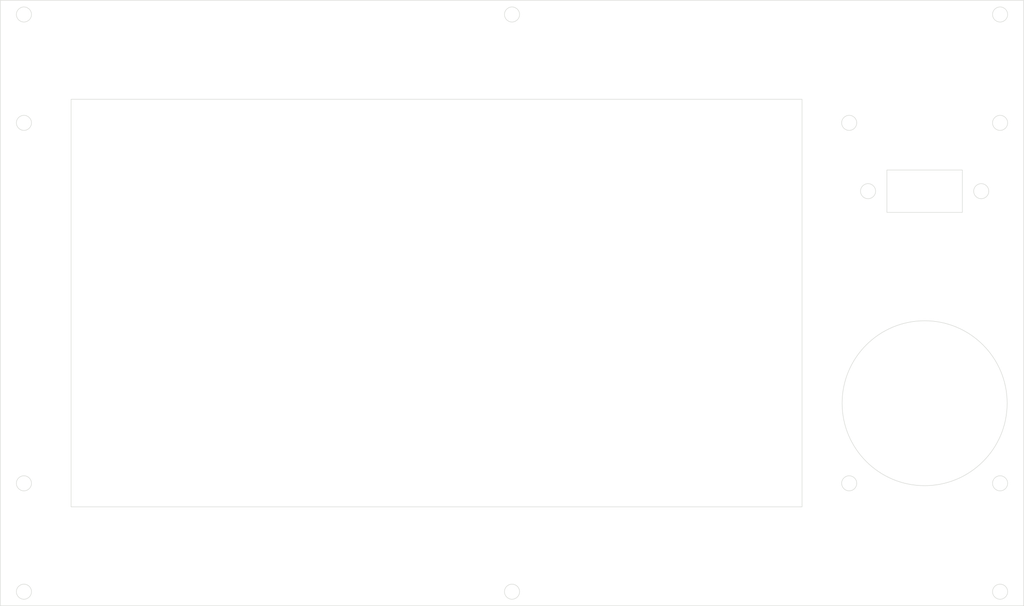
<source format=kicad_pcb>
(kicad_pcb (version 20210228) (generator pcbnew)

  (general
    (thickness 1.6)
  )

  (paper "A4")
  (layers
    (0 "F.Cu" signal)
    (31 "B.Cu" signal)
    (32 "B.Adhes" user "B.Adhesive")
    (33 "F.Adhes" user "F.Adhesive")
    (34 "B.Paste" user)
    (35 "F.Paste" user)
    (36 "B.SilkS" user "B.Silkscreen")
    (37 "F.SilkS" user "F.Silkscreen")
    (38 "B.Mask" user)
    (39 "F.Mask" user)
    (40 "Dwgs.User" user "User.Drawings")
    (41 "Cmts.User" user "User.Comments")
    (42 "Eco1.User" user "User.Eco1")
    (43 "Eco2.User" user "User.Eco2")
    (44 "Edge.Cuts" user)
    (45 "Margin" user)
    (46 "B.CrtYd" user "B.Courtyard")
    (47 "F.CrtYd" user "F.Courtyard")
    (48 "B.Fab" user)
    (49 "F.Fab" user)
    (50 "User.1" user)
    (51 "User.2" user)
    (52 "User.3" user)
    (53 "User.4" user)
    (54 "User.5" user)
    (55 "User.6" user)
    (56 "User.7" user)
    (57 "User.8" user)
    (58 "User.9" user)
  )

  (setup
    (pad_to_mask_clearance 0)
    (pcbplotparams
      (layerselection 0x00010fc_ffffffff)
      (disableapertmacros false)
      (usegerberextensions false)
      (usegerberattributes true)
      (usegerberadvancedattributes true)
      (creategerberjobfile true)
      (svguseinch false)
      (svgprecision 6)
      (excludeedgelayer true)
      (plotframeref false)
      (viasonmask false)
      (mode 1)
      (useauxorigin true)
      (hpglpennumber 1)
      (hpglpenspeed 20)
      (hpglpendiameter 15.000000)
      (dxfpolygonmode true)
      (dxfimperialunits true)
      (dxfusepcbnewfont true)
      (psnegative false)
      (psa4output false)
      (plotreference true)
      (plotvalue true)
      (plotinvisibletext false)
      (sketchpadsonfab false)
      (subtractmaskfromsilk false)
      (outputformat 1)
      (mirror false)
      (drillshape 0)
      (scaleselection 1)
      (outputdirectory "")
    )
  )


  (net 0 "")

  (gr_line (start 202.5 64) (end 249.5 64) (layer "Eco2.User") (width 0.15) (tstamp 05a7dd24-dd67-45c1-99f7-4aca90f2ce4f))
  (gr_line (start 212.5 64) (end 212.5 69) (layer "Eco2.User") (width 0.15) (tstamp 090da7f7-6a01-40b4-ba7c-0336d34d9c52))
  (gr_circle (center 240.5 83.5) (end 242.1 83.5) (layer "Eco2.User") (width 0.15) (fill none) (tstamp 148f132b-a0f1-4a4b-9cf0-11e54076edc7))
  (gr_line (start 228.5 128.5) (end 228.5 83.5) (layer "Eco2.User") (width 0.15) (tstamp 416ac7a5-c8e9-41d8-add7-9fb5dac068ae))
  (gr_circle (center 244.5 69) (end 246.1 69) (layer "Eco2.User") (width 0.15) (fill none) (tstamp 5b416cfc-794d-447d-a20f-f7e3cbe01bd2))
  (gr_line (start 47.5 64) (end 32.5 64) (layer "Eco2.User") (width 0.15) (tstamp 6911da32-5e5b-42c4-b7a6-eac3d8ac2444))
  (gr_line (start 228.5 83.5) (end 240.5 83.5) (layer "Eco2.User") (width 0.15) (tstamp 6af12359-055d-46a2-8686-1afa45709428))
  (gr_rect (start 220.5 79) (end 236.5 88) (layer "Eco2.User") (width 0.15) (fill none) (tstamp 79faff83-01f3-4578-bfd9-3e6e03562354))
  (gr_circle (center 244.5 145.5) (end 246.1 145.5) (layer "Eco2.User") (width 0.15) (fill none) (tstamp 7b382eb6-d35e-4c81-b027-efcd7919aedb))
  (gr_line (start 212.5 150.5) (end 212.5 145.5) (layer "Eco2.User") (width 0.15) (tstamp 81532171-fe33-45c5-9861-89c8bf95f38f))
  (gr_line (start 37.5 64) (end 37.5 69) (layer "Eco2.User") (width 0.15) (tstamp 81740f2a-a820-45ec-af3c-9f0ba3852927))
  (gr_line (start 228.5 150.5) (end 228.5 128.5) (layer "Eco2.User") (width 0.15) (tstamp 81ecbb56-4258-4605-8086-136fe8f4f311))
  (gr_line (start 249.5 150.5) (end 237.5 150.5) (layer "Eco2.User") (width 0.15) (tstamp 86838eb0-c492-47bd-ace3-e6abb353e62f))
  (gr_line (start 228.5 83.5) (end 216.5 83.5) (layer "Eco2.User") (width 0.15) (tstamp 8a8a6973-aada-41d4-bde8-e66f85d64a6a))
  (gr_circle (center 212.5 145.5) (end 214.1 145.5) (layer "Eco2.User") (width 0.15) (fill none) (tstamp a9781263-efb5-40f0-b66d-2c85ee08fd95))
  (gr_circle (center 228.5 128.5) (end 246 128.5) (layer "Eco2.User") (width 0.15) (fill none) (tstamp b879cdd9-47e2-44b0-a624-f2a7ee1df46d))
  (gr_rect (start 32.5 43) (end 249.5 171.5) (layer "Eco2.User") (width 0.15) (fill none) (tstamp badee655-5356-4937-8bb9-4c9676c21543))
  (gr_rect (start 47.5 64) (end 202.5 150.5) (layer "Eco2.User") (width 0.15) (fill none) (tstamp be382f4f-5821-4c1c-8907-d34d42d42121))
  (gr_line (start 244.5 64) (end 244.5 69) (layer "Eco2.User") (width 0.15) (tstamp c3ee30d9-2e7a-4b63-8cbc-1b689d0f641a))
  (gr_line (start 47.5 43) (end 47.5 64) (layer "Eco2.User") (width 0.15) (tstamp c47d8acb-9c4a-473d-a2fa-8289b1240052))
  (gr_line (start 47.5 150.5) (end 32.5 150.5) (layer "Eco2.User") (width 0.15) (tstamp c5e563e3-fc6d-4170-9f5b-9a698b06dc24))
  (gr_circle (center 212.5 69) (end 210.9 69) (layer "Eco2.User") (width 0.15) (fill none) (tstamp c6dd6a73-1c43-4a10-9012-088132fe2221))
  (gr_line (start 32.5 150.5) (end 36.5 150.5) (layer "Eco2.User") (width 0.15) (tstamp d5de8f97-339d-44d3-a574-cb152ed2feef))
  (gr_line (start 37.5 150.5) (end 37.5 145.5) (layer "Eco2.User") (width 0.15) (tstamp d8de1105-510d-4500-945d-5e32c2417119))
  (gr_line (start 202.5 150.5) (end 249.5 150.5) (layer "Eco2.User") (width 0.15) (tstamp dad45bff-ee00-4b46-b9f0-fb0bfd908639))
  (gr_line (start 244.5 150.5) (end 244.5 145.5) (layer "Eco2.User") (width 0.15) (tstamp daf5d9a3-8be7-47b4-a0a5-fdaf8bae3c35))
  (gr_circle (center 37.5 69) (end 39.1 69) (layer "Eco2.User") (width 0.15) (fill none) (tstamp eb89712a-cd09-497e-9409-f074e0a9471e))
  (gr_line (start 32.5 64) (end 35.5 64) (layer "Eco2.User") (width 0.15) (tstamp f3f2a928-2d2c-45d9-a90d-000525f2a4bb))
  (gr_circle (center 216.5 83.5) (end 218.1 83.5) (layer "Eco2.User") (width 0.15) (fill none) (tstamp fafe919b-8d0d-495a-8d9e-c71001a8cbb5))
  (gr_circle (center 228.5 128.5) (end 246 128.5) (layer "Edge.Cuts") (width 0.1) (fill none) (tstamp 00b24dc8-7d68-49a9-9398-b267b097719d))
  (gr_circle (center 141 46) (end 142.6 46) (layer "Edge.Cuts") (width 0.1) (fill none) (tstamp 04f65519-a6e1-4954-8637-5d12d7ef19b8))
  (gr_circle (center 141 168.5) (end 142.6 168.5) (layer "Edge.Cuts") (width 0.1) (fill none) (tstamp 08eddec5-4ca4-4704-b323-d83c7fd50de9))
  (gr_circle (center 37.5 69) (end 39.1 69) (layer "Edge.Cuts") (width 0.1) (fill none) (tstamp 0b0f27a1-7886-4092-bffe-4fe7770e5a5c))
  (gr_circle (center 244.5 168.5) (end 246.1 168.5) (layer "Edge.Cuts") (width 0.1) (fill none) (tstamp 14ab6f04-6c5a-4965-9639-2508325c86ac))
  (gr_circle (center 37.5 46) (end 39.1 46) (layer "Edge.Cuts") (width 0.1) (fill none) (tstamp 1612bb10-0305-4185-86d4-77d56a907438))
  (gr_rect (start 249.5 171.5) (end 32.5 43) (layer "Edge.Cuts") (width 0.1) (fill none) (tstamp 23d5bad8-f765-4d26-9927-ad6e3939fd2d))
  (gr_rect (start 47.5 64) (end 202.5 150.5) (layer "Edge.Cuts") (width 0.1) (fill none) (tstamp 2a6a4d4d-34ff-4af3-9e34-b94f93b69d09))
  (gr_circle (center 244.5 145.5) (end 246.1 145.5) (layer "Edge.Cuts") (width 0.1) (fill none) (tstamp 501c516a-a8d7-4d93-9a7a-644bf32bf23c))
  (gr_circle (center 37.5 168.5) (end 39.1 168.5) (layer "Edge.Cuts") (width 0.1) (fill none) (tstamp 68a6acae-15c5-456b-84df-7d13421b5366))
  (gr_circle (center 37.5 145.5) (end 39.1 145.5) (layer "Edge.Cuts") (width 0.1) (fill none) (tstamp 7b0999a1-074b-484e-8570-de16e0972aaa))
  (gr_circle (center 244.5 46) (end 246.1 46) (layer "Edge.Cuts") (width 0.1) (fill none) (tstamp 9419d921-cbd6-4f25-8aba-9655898982f4))
  (gr_circle (center 212.5 145.5) (end 214.1 145.5) (layer "Edge.Cuts") (width 0.1) (fill none) (tstamp 97061620-9622-49af-acc7-f8aaf38ea5e5))
  (gr_circle (center 240.5 83.5) (end 242.1 83.5) (layer "Edge.Cuts") (width 0.1) (fill none) (tstamp b9c0f6b2-6d0b-4d65-bf0b-deceda24aed1))
  (gr_rect (start 220.5 79) (end 236.5 88) (layer "Edge.Cuts") (width 0.1) (fill none) (tstamp bad6e888-101f-4ed9-9523-ec27964e82b2))
  (gr_circle (center 212.5 69) (end 214.1 69) (layer "Edge.Cuts") (width 0.1) (fill none) (tstamp c47d60f3-d9bc-45eb-9351-8d75f4f6df6b))
  (gr_circle (center 216.5 83.5) (end 218.1 83.5) (layer "Edge.Cuts") (width 0.1) (fill none) (tstamp c5624858-47c3-4787-9b50-09c98cf96ce3))
  (gr_circle (center 244.5 69) (end 246.1 69) (layer "Edge.Cuts") (width 0.1) (fill none) (tstamp e5466f2d-5ce9-45ee-adf9-fe9ad78ba53b))

)

</source>
